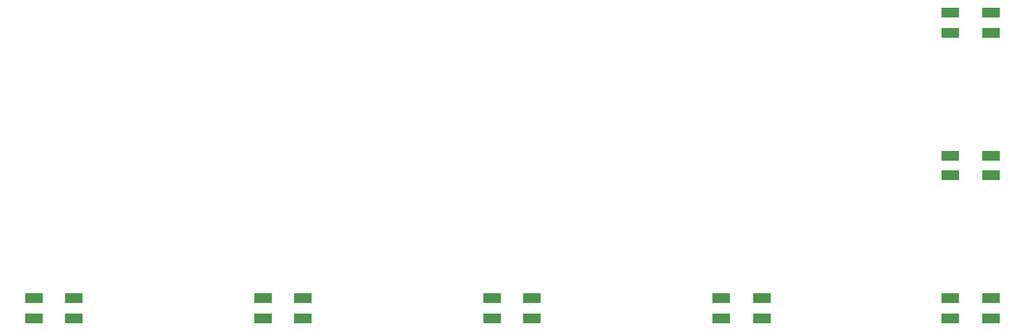
<source format=gbr>
%TF.GenerationSoftware,KiCad,Pcbnew,8.0.8*%
%TF.CreationDate,2025-02-16T16:29:03+01:00*%
%TF.ProjectId,Perihelion,50657269-6865-46c6-996f-6e2e6b696361,rev?*%
%TF.SameCoordinates,Original*%
%TF.FileFunction,Paste,Top*%
%TF.FilePolarity,Positive*%
%FSLAX46Y46*%
G04 Gerber Fmt 4.6, Leading zero omitted, Abs format (unit mm)*
G04 Created by KiCad (PCBNEW 8.0.8) date 2025-02-16 16:29:03*
%MOMM*%
%LPD*%
G01*
G04 APERTURE LIST*
%ADD10R,1.600000X0.850000*%
G04 APERTURE END LIST*
D10*
%TO.C,D2*%
X165750000Y-71625000D03*
X165750000Y-73375000D03*
X169250000Y-73375000D03*
X169250000Y-71625000D03*
%TD*%
%TO.C,D7*%
X225750000Y-59125000D03*
X225750000Y-60875000D03*
X229250000Y-60875000D03*
X229250000Y-59125000D03*
%TD*%
%TO.C,D6*%
X225750000Y-46625000D03*
X225750000Y-48375000D03*
X229250000Y-48375000D03*
X229250000Y-46625000D03*
%TD*%
%TO.C,D4*%
X205750000Y-71625000D03*
X205750000Y-73375000D03*
X209250000Y-73375000D03*
X209250000Y-71625000D03*
%TD*%
%TO.C,D5*%
X225750000Y-71625000D03*
X225750000Y-73375000D03*
X229250000Y-73375000D03*
X229250000Y-71625000D03*
%TD*%
%TO.C,D1*%
X145750000Y-71625000D03*
X145750000Y-73375000D03*
X149250000Y-73375000D03*
X149250000Y-71625000D03*
%TD*%
%TO.C,D3*%
X185750000Y-71625000D03*
X185750000Y-73375000D03*
X189250000Y-73375000D03*
X189250000Y-71625000D03*
%TD*%
M02*

</source>
